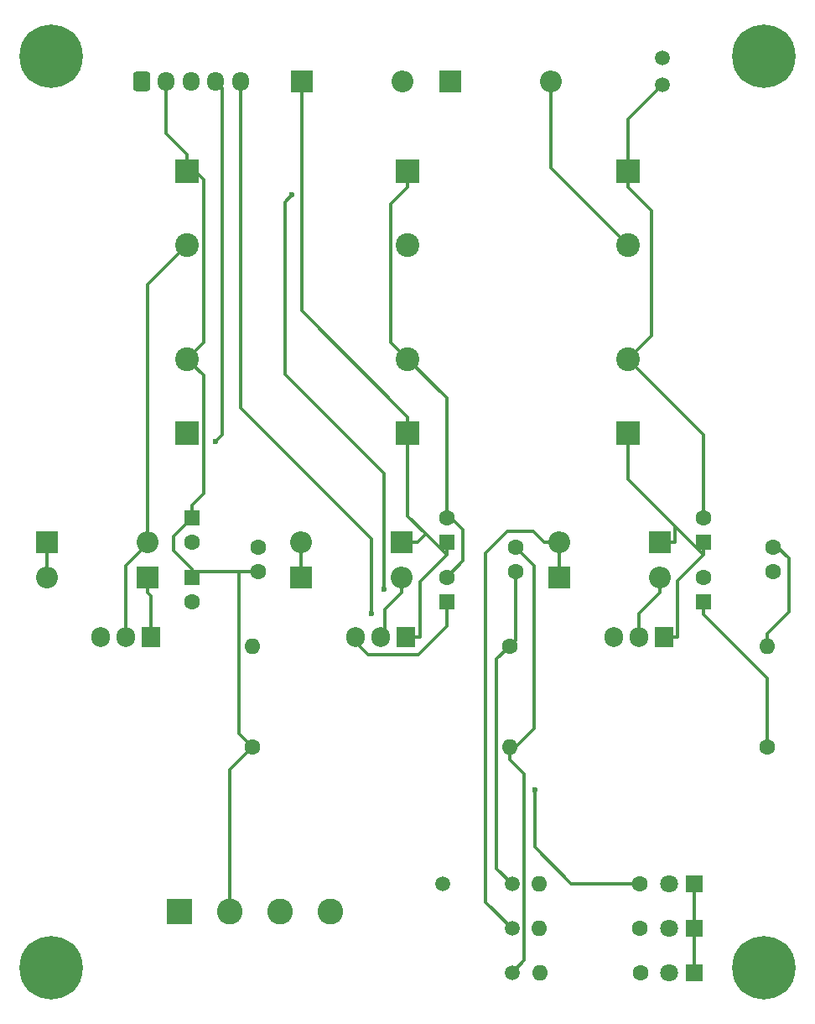
<source format=gbr>
%TF.GenerationSoftware,KiCad,Pcbnew,8.0.3*%
%TF.CreationDate,2024-07-24T22:05:29-04:00*%
%TF.ProjectId,mfos-wall-wart-eurorack-psu,6d666f73-2d77-4616-9c6c-2d776172742d,1.0.0*%
%TF.SameCoordinates,Original*%
%TF.FileFunction,Copper,L1,Top*%
%TF.FilePolarity,Positive*%
%FSLAX46Y46*%
G04 Gerber Fmt 4.6, Leading zero omitted, Abs format (unit mm)*
G04 Created by KiCad (PCBNEW 8.0.3) date 2024-07-24 22:05:29*
%MOMM*%
%LPD*%
G01*
G04 APERTURE LIST*
G04 Aperture macros list*
%AMRoundRect*
0 Rectangle with rounded corners*
0 $1 Rounding radius*
0 $2 $3 $4 $5 $6 $7 $8 $9 X,Y pos of 4 corners*
0 Add a 4 corners polygon primitive as box body*
4,1,4,$2,$3,$4,$5,$6,$7,$8,$9,$2,$3,0*
0 Add four circle primitives for the rounded corners*
1,1,$1+$1,$2,$3*
1,1,$1+$1,$4,$5*
1,1,$1+$1,$6,$7*
1,1,$1+$1,$8,$9*
0 Add four rect primitives between the rounded corners*
20,1,$1+$1,$2,$3,$4,$5,0*
20,1,$1+$1,$4,$5,$6,$7,0*
20,1,$1+$1,$6,$7,$8,$9,0*
20,1,$1+$1,$8,$9,$2,$3,0*%
G04 Aperture macros list end*
%TA.AperFunction,ComponentPad*%
%ADD10R,2.400000X2.400000*%
%TD*%
%TA.AperFunction,ComponentPad*%
%ADD11C,2.400000*%
%TD*%
%TA.AperFunction,ComponentPad*%
%ADD12C,1.600000*%
%TD*%
%TA.AperFunction,ComponentPad*%
%ADD13O,1.600000X1.600000*%
%TD*%
%TA.AperFunction,ComponentPad*%
%ADD14R,2.200000X2.200000*%
%TD*%
%TA.AperFunction,ComponentPad*%
%ADD15O,2.200000X2.200000*%
%TD*%
%TA.AperFunction,ComponentPad*%
%ADD16R,1.600000X1.600000*%
%TD*%
%TA.AperFunction,ComponentPad*%
%ADD17R,1.800000X1.800000*%
%TD*%
%TA.AperFunction,ComponentPad*%
%ADD18C,1.800000*%
%TD*%
%TA.AperFunction,ComponentPad*%
%ADD19R,1.905000X2.000000*%
%TD*%
%TA.AperFunction,ComponentPad*%
%ADD20O,1.905000X2.000000*%
%TD*%
%TA.AperFunction,ComponentPad*%
%ADD21R,2.600000X2.600000*%
%TD*%
%TA.AperFunction,ComponentPad*%
%ADD22C,2.600000*%
%TD*%
%TA.AperFunction,ComponentPad*%
%ADD23C,6.400000*%
%TD*%
%TA.AperFunction,ComponentPad*%
%ADD24RoundRect,0.250000X-0.600000X-0.725000X0.600000X-0.725000X0.600000X0.725000X-0.600000X0.725000X0*%
%TD*%
%TA.AperFunction,ComponentPad*%
%ADD25O,1.700000X1.950000*%
%TD*%
%TA.AperFunction,ComponentPad*%
%ADD26C,1.500000*%
%TD*%
%TA.AperFunction,ViaPad*%
%ADD27C,0.600000*%
%TD*%
%TA.AperFunction,Conductor*%
%ADD28C,0.300000*%
%TD*%
G04 APERTURE END LIST*
D10*
%TO.P,C4,1*%
%TO.N,GND*%
X143957600Y-64152000D03*
D11*
%TO.P,C4,2*%
%TO.N,Net-(D1-A)*%
X143957600Y-71652000D03*
%TD*%
D12*
%TO.P,R1,1*%
%TO.N,+12V*%
X180250000Y-122252000D03*
D13*
%TO.P,R1,2*%
%TO.N,GND*%
X180250000Y-112092000D03*
%TD*%
D14*
%TO.P,D8,1,K*%
%TO.N,GND*%
X117710000Y-105152000D03*
D15*
%TO.P,D8,2,A*%
%TO.N,-12V*%
X107550000Y-105152000D03*
%TD*%
D16*
%TO.P,C9,1*%
%TO.N,Net-(D2-K)*%
X147890000Y-101652000D03*
D12*
%TO.P,C9,2*%
%TO.N,GND*%
X147890000Y-99152000D03*
%TD*%
D14*
%TO.P,D5,1,K*%
%TO.N,Net-(D2-K)*%
X143370000Y-101652000D03*
D15*
%TO.P,D5,2,A*%
%TO.N,+5V*%
X133210000Y-101652000D03*
%TD*%
D17*
%TO.P,L3,1,K*%
%TO.N,GND*%
X172932700Y-145052000D03*
D18*
%TO.P,L3,2,A*%
%TO.N,Net-(J1-Pin_5)*%
X170392700Y-145052000D03*
%TD*%
D10*
%TO.P,C3,1*%
%TO.N,Net-(D2-K)*%
X143957600Y-90629800D03*
D11*
%TO.P,C3,2*%
%TO.N,GND*%
X143957600Y-83129800D03*
%TD*%
D12*
%TO.P,R6,1*%
%TO.N,Net-(J1-Pin_5)*%
X167487700Y-145052000D03*
D13*
%TO.P,R6,2*%
%TO.N,-12V*%
X157327700Y-145052000D03*
%TD*%
D19*
%TO.P,U1,1,IN*%
%TO.N,Net-(D2-K)*%
X169814300Y-111177800D03*
D20*
%TO.P,U1,2,GND*%
%TO.N,GND*%
X167274300Y-111177800D03*
%TO.P,U1,3,OUT*%
%TO.N,+12V*%
X164734300Y-111177800D03*
%TD*%
D21*
%TO.P,J2,1,Pin_1*%
%TO.N,-12V*%
X120897600Y-138852000D03*
D22*
%TO.P,J2,2,Pin_2*%
%TO.N,GND*%
X125977600Y-138852000D03*
%TO.P,J2,3,Pin_3*%
%TO.N,+12V*%
X131057600Y-138852000D03*
%TO.P,J2,4,Pin_4*%
%TO.N,+5V*%
X136137600Y-138852000D03*
%TD*%
D10*
%TO.P,C2,1*%
%TO.N,GND*%
X166207600Y-64152000D03*
D11*
%TO.P,C2,2*%
%TO.N,Net-(D1-A)*%
X166207600Y-71652000D03*
%TD*%
D10*
%TO.P,C5,1*%
%TO.N,Net-(D2-K)*%
X166207600Y-90629800D03*
D11*
%TO.P,C5,2*%
%TO.N,GND*%
X166207600Y-83129800D03*
%TD*%
D12*
%TO.P,C14,1*%
%TO.N,+5V*%
X154857600Y-104602000D03*
%TO.P,C14,2*%
%TO.N,GND*%
X154857600Y-102102000D03*
%TD*%
D14*
%TO.P,D4,1,K*%
%TO.N,+12V*%
X159260000Y-105152000D03*
D15*
%TO.P,D4,2,A*%
%TO.N,GND*%
X169420000Y-105152000D03*
%TD*%
D17*
%TO.P,L2,1,K*%
%TO.N,GND*%
X172932700Y-140552000D03*
D18*
%TO.P,L2,2,A*%
%TO.N,Net-(J1-Pin_4)*%
X170392700Y-140552000D03*
%TD*%
D16*
%TO.P,C7,1*%
%TO.N,Net-(D2-K)*%
X173840000Y-101652000D03*
D12*
%TO.P,C7,2*%
%TO.N,GND*%
X173840000Y-99152000D03*
%TD*%
%TO.P,C15,1*%
%TO.N,GND*%
X128857600Y-104602000D03*
%TO.P,C15,2*%
%TO.N,-12V*%
X128857600Y-102102000D03*
%TD*%
%TO.P,R2,1*%
%TO.N,+5V*%
X154250000Y-112092000D03*
D13*
%TO.P,R2,2*%
%TO.N,GND*%
X154250000Y-122252000D03*
%TD*%
D23*
%TO.P,M2,1*%
%TO.N,N/C*%
X179957600Y-52552000D03*
%TD*%
D12*
%TO.P,R4,1*%
%TO.N,Net-(J1-Pin_3)*%
X167407700Y-136052000D03*
D13*
%TO.P,R4,2*%
%TO.N,+5V*%
X157247700Y-136052000D03*
%TD*%
D16*
%TO.P,C12,1*%
%TO.N,GND*%
X122190000Y-105152000D03*
D12*
%TO.P,C12,2*%
%TO.N,-12V*%
X122190000Y-107652000D03*
%TD*%
D16*
%TO.P,C11,1*%
%TO.N,GND*%
X122190000Y-99152000D03*
D12*
%TO.P,C11,2*%
%TO.N,Net-(D1-A)*%
X122190000Y-101652000D03*
%TD*%
%TO.P,C13,1*%
%TO.N,+12V*%
X180857600Y-104602000D03*
%TO.P,C13,2*%
%TO.N,GND*%
X180857600Y-102102000D03*
%TD*%
D16*
%TO.P,C8,1*%
%TO.N,+12V*%
X173840000Y-107652000D03*
D12*
%TO.P,C8,2*%
%TO.N,GND*%
X173840000Y-105152000D03*
%TD*%
D23*
%TO.P,M1,1*%
%TO.N,N/C*%
X107957600Y-52552000D03*
%TD*%
D24*
%TO.P,J1,1,Pin_1*%
%TO.N,Net-(D1-K)*%
X117087600Y-55157900D03*
D25*
%TO.P,J1,2,Pin_2*%
%TO.N,GND*%
X119587600Y-55157900D03*
%TO.P,J1,3,Pin_3*%
%TO.N,Net-(J1-Pin_3)*%
X122087600Y-55157900D03*
%TO.P,J1,4,Pin_4*%
%TO.N,Net-(J1-Pin_4)*%
X124587600Y-55157900D03*
%TO.P,J1,5,Pin_5*%
%TO.N,Net-(J1-Pin_5)*%
X127087600Y-55157900D03*
%TD*%
D26*
%TO.P,TP6,1,1*%
%TO.N,-12V*%
X147532700Y-136052000D03*
%TD*%
D17*
%TO.P,L1,1,K*%
%TO.N,GND*%
X172932700Y-136052000D03*
D18*
%TO.P,L1,2,A*%
%TO.N,Net-(J1-Pin_3)*%
X170392700Y-136052000D03*
%TD*%
D23*
%TO.P,M4,1*%
%TO.N,N/C*%
X107957600Y-144552000D03*
%TD*%
D12*
%TO.P,R5,1*%
%TO.N,Net-(J1-Pin_4)*%
X167407700Y-140552000D03*
D13*
%TO.P,R5,2*%
%TO.N,+12V*%
X157247700Y-140552000D03*
%TD*%
D26*
%TO.P,TP1,1,1*%
%TO.N,Net-(D1-K)*%
X169657600Y-52752000D03*
%TD*%
D14*
%TO.P,D7,1,K*%
%TO.N,-12V*%
X107550000Y-101652000D03*
D15*
%TO.P,D7,2,A*%
%TO.N,Net-(D1-A)*%
X117710000Y-101652000D03*
%TD*%
D14*
%TO.P,D1,1,K*%
%TO.N,Net-(D1-K)*%
X148250000Y-55152000D03*
D15*
%TO.P,D1,2,A*%
%TO.N,Net-(D1-A)*%
X158410000Y-55152000D03*
%TD*%
D10*
%TO.P,C6,1*%
%TO.N,GND*%
X121707600Y-64152000D03*
D11*
%TO.P,C6,2*%
%TO.N,Net-(D1-A)*%
X121707600Y-71652000D03*
%TD*%
D14*
%TO.P,D3,1,K*%
%TO.N,Net-(D2-K)*%
X169420000Y-101652000D03*
D15*
%TO.P,D3,2,A*%
%TO.N,+12V*%
X159260000Y-101652000D03*
%TD*%
D19*
%TO.P,U3,1,GND*%
%TO.N,GND*%
X118040000Y-111177800D03*
D20*
%TO.P,U3,2,VI*%
%TO.N,Net-(D1-A)*%
X115500000Y-111177800D03*
%TO.P,U3,3,VO*%
%TO.N,-12V*%
X112960000Y-111177800D03*
%TD*%
D14*
%TO.P,D6,1,K*%
%TO.N,+5V*%
X133210000Y-105152000D03*
D15*
%TO.P,D6,2,A*%
%TO.N,GND*%
X143370000Y-105152000D03*
%TD*%
D14*
%TO.P,D2,1,K*%
%TO.N,Net-(D2-K)*%
X133250000Y-55152000D03*
D15*
%TO.P,D2,2,A*%
%TO.N,Net-(D1-K)*%
X143410000Y-55152000D03*
%TD*%
D23*
%TO.P,M3,1*%
%TO.N,N/C*%
X179957600Y-144552000D03*
%TD*%
D26*
%TO.P,TP5,1,1*%
%TO.N,GND*%
X154487700Y-145052000D03*
%TD*%
D10*
%TO.P,C1,1*%
%TO.N,Net-(D2-K)*%
X121707600Y-90629800D03*
D11*
%TO.P,C1,2*%
%TO.N,GND*%
X121707600Y-83129800D03*
%TD*%
D19*
%TO.P,U2,1,IN*%
%TO.N,Net-(D2-K)*%
X143790000Y-111177800D03*
D20*
%TO.P,U2,2,GND*%
%TO.N,GND*%
X141250000Y-111177800D03*
%TO.P,U2,3,OUT*%
%TO.N,+5V*%
X138710000Y-111177800D03*
%TD*%
D26*
%TO.P,TP3,1,1*%
%TO.N,+5V*%
X154487700Y-136052000D03*
%TD*%
D16*
%TO.P,C10,1*%
%TO.N,+5V*%
X147890000Y-107652000D03*
D12*
%TO.P,C10,2*%
%TO.N,GND*%
X147890000Y-105152000D03*
%TD*%
%TO.P,R3,1*%
%TO.N,GND*%
X128250000Y-122252000D03*
D13*
%TO.P,R3,2*%
%TO.N,-12V*%
X128250000Y-112092000D03*
%TD*%
D26*
%TO.P,TP2,1,1*%
%TO.N,GND*%
X169657600Y-55452000D03*
%TD*%
%TO.P,TP4,1,1*%
%TO.N,+12V*%
X154487700Y-140552000D03*
%TD*%
D27*
%TO.N,Net-(J1-Pin_3)*%
X132300200Y-66583300D03*
X141547400Y-106362200D03*
X156788600Y-126548700D03*
%TO.N,Net-(J1-Pin_4)*%
X124587600Y-91418500D03*
%TO.N,Net-(J1-Pin_5)*%
X140301400Y-108785200D03*
%TD*%
D28*
%TO.N,GND*%
X122190000Y-99152000D02*
X120357600Y-100984400D01*
X122190000Y-104284375D02*
X122190000Y-104602000D01*
X120357600Y-100984400D02*
X120357600Y-102451975D01*
X120357600Y-102451975D02*
X122190000Y-104284375D01*
%TO.N,Net-(D1-A)*%
X117710000Y-101652000D02*
X117710000Y-101799575D01*
X117710000Y-101799575D02*
X115500000Y-104009575D01*
X115500000Y-104009575D02*
X115500000Y-111177800D01*
%TO.N,GND*%
X166207600Y-83129800D02*
X168557600Y-80779800D01*
X168557600Y-80779800D02*
X168557600Y-68153700D01*
X168557600Y-68153700D02*
X166207600Y-65803700D01*
X166207600Y-65803700D02*
X166207600Y-64152000D01*
X180857600Y-102102000D02*
X181307625Y-102102000D01*
X182457600Y-108632700D02*
X180250000Y-110840300D01*
X180250000Y-110840300D02*
X180250000Y-112092000D01*
X181307625Y-102102000D02*
X182457600Y-103251975D01*
X182457600Y-103251975D02*
X182457600Y-108632700D01*
%TO.N,+12V*%
X154487700Y-140552000D02*
X151857600Y-137921900D01*
X156608275Y-100551975D02*
X157708300Y-101652000D01*
X151857600Y-137921900D02*
X151857600Y-102751975D01*
X157708300Y-101652000D02*
X159260000Y-101652000D01*
X154057600Y-100551975D02*
X156608275Y-100551975D01*
X151857600Y-102751975D02*
X154057600Y-100551975D01*
%TO.N,GND*%
X154250000Y-122877800D02*
X156757600Y-120370200D01*
X156757600Y-120370200D02*
X156757600Y-104002000D01*
X156757600Y-104002000D02*
X154857600Y-102102000D01*
X147890000Y-105152000D02*
X149557600Y-103484400D01*
X149557600Y-103484400D02*
X149557600Y-100351975D01*
X148357625Y-99152000D02*
X147890000Y-99152000D01*
X149557600Y-100351975D02*
X148357625Y-99152000D01*
X141250000Y-111177800D02*
X141657600Y-110770200D01*
X141657600Y-110770200D02*
X141657600Y-108416100D01*
X143370000Y-106703700D02*
X143370000Y-105152000D01*
X141657600Y-108416100D02*
X143370000Y-106703700D01*
%TO.N,+5V*%
X147890000Y-107652000D02*
X147890000Y-110119575D01*
X138710000Y-111704375D02*
X138710000Y-111177800D01*
X147890000Y-110119575D02*
X145057600Y-112951975D01*
X145057600Y-112951975D02*
X139957600Y-112951975D01*
X139957600Y-112951975D02*
X138710000Y-111704375D01*
%TO.N,Net-(J1-Pin_3)*%
X132300200Y-66583300D02*
X131557600Y-67325900D01*
X131557600Y-67325900D02*
X131557600Y-84711700D01*
X141547400Y-94701500D02*
X141547400Y-106362200D01*
X131557600Y-84711700D02*
X141547400Y-94701500D01*
%TO.N,Net-(J1-Pin_4)*%
X124587600Y-55157900D02*
X125257600Y-55827900D01*
X125257600Y-55827900D02*
X125257600Y-90748500D01*
X125257600Y-90748500D02*
X124587600Y-91418500D01*
%TO.N,Net-(J1-Pin_3)*%
X156788600Y-132385000D02*
X156788600Y-126548700D01*
X160455600Y-136052000D02*
X156788600Y-132385000D01*
X167407700Y-136052000D02*
X160455600Y-136052000D01*
%TO.N,Net-(J1-Pin_5)*%
X140301400Y-101290100D02*
X140301400Y-108785200D01*
X127087600Y-88076300D02*
X140301400Y-101290100D01*
X127087600Y-55157900D02*
X127087600Y-88076300D01*
%TO.N,-12V*%
X107550000Y-101652000D02*
X107550000Y-105152000D01*
%TO.N,+5V*%
X154857600Y-111484400D02*
X154857600Y-104602000D01*
X154250000Y-112092000D02*
X154857600Y-111484400D01*
X133210000Y-105152000D02*
X133210000Y-101652000D01*
X152953200Y-113388800D02*
X154250000Y-112092000D01*
X152953200Y-134517500D02*
X152953200Y-113388800D01*
X154487700Y-136052000D02*
X152953200Y-134517500D01*
%TO.N,+12V*%
X180250000Y-115313700D02*
X180250000Y-122252000D01*
X173840000Y-108903700D02*
X180250000Y-115313700D01*
X173840000Y-107652000D02*
X173840000Y-108903700D01*
X159260000Y-105152000D02*
X159260000Y-101652000D01*
%TO.N,Net-(D1-A)*%
X158410000Y-63854400D02*
X166207600Y-71652000D01*
X158410000Y-55152000D02*
X158410000Y-63854400D01*
X117710000Y-75649600D02*
X121707600Y-71652000D01*
X117710000Y-101652000D02*
X117710000Y-75649600D01*
%TO.N,GND*%
X166207600Y-58902000D02*
X166207600Y-64152000D01*
X169657600Y-55452000D02*
X166207600Y-58902000D01*
X119587600Y-60380300D02*
X121707600Y-62500300D01*
X119587600Y-55157900D02*
X119587600Y-60380300D01*
X155748400Y-143791300D02*
X154487700Y-145052000D01*
X155748400Y-125002100D02*
X155748400Y-143791300D01*
X154250000Y-123503700D02*
X155748400Y-125002100D01*
X122190000Y-105152000D02*
X122190000Y-104602000D01*
X125977600Y-124524400D02*
X128250000Y-122252000D01*
X125977600Y-138852000D02*
X125977600Y-124524400D01*
X118040000Y-107033700D02*
X117710000Y-106703700D01*
X118040000Y-111177800D02*
X118040000Y-107033700D01*
X117710000Y-105152000D02*
X117710000Y-106703700D01*
X167274300Y-108849400D02*
X169420000Y-106703700D01*
X167274300Y-111177800D02*
X167274300Y-108849400D01*
X169420000Y-105152000D02*
X169420000Y-106703700D01*
X122190000Y-99152000D02*
X122190000Y-97900300D01*
X147890000Y-87062200D02*
X147890000Y-99152000D01*
X143957600Y-83129800D02*
X147890000Y-87062200D01*
X172932700Y-136052000D02*
X172932700Y-140552000D01*
X172932700Y-140552000D02*
X172932700Y-145052000D01*
X154250000Y-122252000D02*
X154250000Y-122877800D01*
X154250000Y-122877800D02*
X154250000Y-123503700D01*
X128857600Y-104602000D02*
X126941800Y-104602000D01*
X126941800Y-104602000D02*
X122190000Y-104602000D01*
X126941800Y-120943800D02*
X128250000Y-122252000D01*
X126941800Y-104602000D02*
X126941800Y-120943800D01*
X123359300Y-96731000D02*
X122190000Y-97900300D01*
X123359300Y-84781500D02*
X123359300Y-96731000D01*
X121707600Y-83129800D02*
X123359300Y-84781500D01*
X121707600Y-64152000D02*
X121707600Y-63326100D01*
X121707600Y-63326100D02*
X121707600Y-62500300D01*
X123408500Y-81428900D02*
X121707600Y-83129800D01*
X123408500Y-65027000D02*
X123408500Y-81428900D01*
X121707600Y-63326100D02*
X123408500Y-65027000D01*
X173840000Y-90762200D02*
X173840000Y-99152000D01*
X166207600Y-83129800D02*
X173840000Y-90762200D01*
X142272800Y-81445000D02*
X143957600Y-83129800D01*
X142272800Y-67488500D02*
X142272800Y-81445000D01*
X143957600Y-65803700D02*
X142272800Y-67488500D01*
X143957600Y-64152000D02*
X143957600Y-65803700D01*
%TO.N,Net-(D2-K)*%
X143790000Y-111177800D02*
X145194200Y-111177800D01*
X147890000Y-101652000D02*
X147890000Y-102903700D01*
X169814300Y-111177800D02*
X171218500Y-111177800D01*
X173840000Y-101652000D02*
X173840000Y-102903700D01*
X166207600Y-90629800D02*
X166207600Y-92281500D01*
X171218500Y-105525200D02*
X173840000Y-102903700D01*
X171218500Y-111177800D02*
X171218500Y-105525200D01*
X143957600Y-89803900D02*
X143957600Y-88978100D01*
X143957600Y-89803900D02*
X143957600Y-90629800D01*
X145194200Y-105599500D02*
X147890000Y-102903700D01*
X145194200Y-111177800D02*
X145194200Y-105599500D01*
X170971700Y-100100300D02*
X170971700Y-101652000D01*
X171004200Y-100067800D02*
X170971700Y-100100300D01*
X166207600Y-95271300D02*
X171004200Y-100067800D01*
X166207600Y-92281500D02*
X166207600Y-95271300D01*
X171004200Y-100067800D02*
X173840000Y-102903700D01*
X169420000Y-101652000D02*
X170971700Y-101652000D01*
X143370000Y-101652000D02*
X144921700Y-101652000D01*
X133250000Y-78270500D02*
X133250000Y-55152000D01*
X143957600Y-88978100D02*
X133250000Y-78270500D01*
X145780000Y-100793700D02*
X144921700Y-101652000D01*
X143957600Y-98971300D02*
X145780000Y-100793700D01*
X143957600Y-90629800D02*
X143957600Y-98971300D01*
X145780000Y-100793700D02*
X147890000Y-102903700D01*
%TD*%
M02*

</source>
